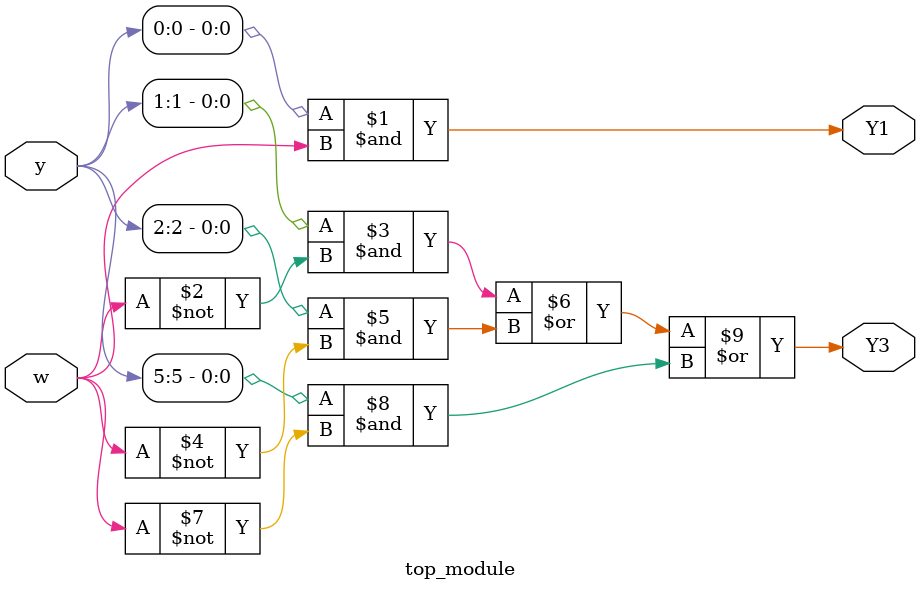
<source format=sv>
module top_module (
	input [5:0] y,
	input w,
	output Y1,
	output Y3
);

	// Logic for Y1 (State B)
	assign Y1 = (y[0] & w); // Transition from state A to state B on input w=1

	// Logic for Y3 (State D)
	assign Y3 = (y[1] & ~w) | // Transition from state B to state D on input w=0
	            (y[2] & ~w) | // Transition from state C to state D on input w=0
	            (y[5] & ~w);  // Transition from state F to state D on input w=0

endmodule

</source>
